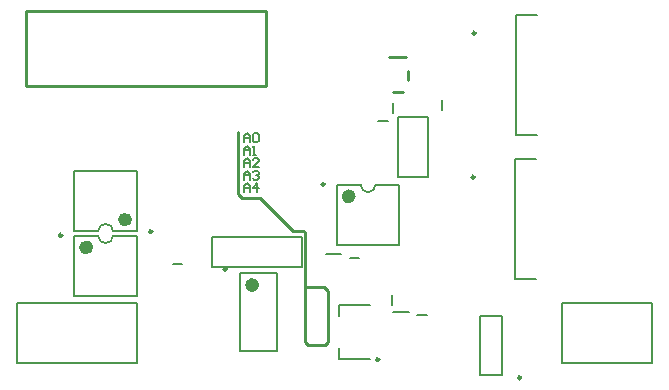
<source format=gto>
G04*
G04 #@! TF.GenerationSoftware,Altium Limited,Altium Designer,24.5.2 (23)*
G04*
G04 Layer_Color=65535*
%FSLAX25Y25*%
%MOIN*%
G70*
G04*
G04 #@! TF.SameCoordinates,62667526-275E-49D5-B9E8-2F90AF9612E4*
G04*
G04*
G04 #@! TF.FilePolarity,Positive*
G04*
G01*
G75*
%ADD10C,0.00984*%
%ADD11C,0.00787*%
%ADD12C,0.02362*%
%ADD13C,0.01000*%
%ADD14C,0.00500*%
D10*
X170390Y2153D02*
G03*
X170390Y2153I-492J0D01*
G01*
X104992Y66618D02*
G03*
X104992Y66618I-492J0D01*
G01*
X154992Y69035D02*
G03*
X154992Y69035I-492J0D01*
G01*
X123169Y8248D02*
G03*
X123169Y8248I-492J0D01*
G01*
X155319Y117035D02*
G03*
X155319Y117035I-492J0D01*
G01*
X47492Y50882D02*
G03*
X47492Y50882I-492J0D01*
G01*
X17492Y49618D02*
G03*
X17492Y49618I-492J0D01*
G01*
X72272Y38370D02*
G03*
X72272Y38370I-492J0D01*
G01*
D11*
X117000Y66539D02*
G03*
X122000Y66539I2500J0D01*
G01*
X34500Y50961D02*
G03*
X29500Y50961I-2500J0D01*
G01*
Y49539D02*
G03*
X34500Y49539I2500J0D01*
G01*
X156905Y22842D02*
X163992D01*
X156905Y3158D02*
X163992D01*
X156905D02*
Y22842D01*
X163992Y3158D02*
Y22842D01*
X127307Y26425D02*
Y29575D01*
X109067Y46461D02*
Y66539D01*
X129933Y46461D02*
Y66539D01*
X109067D02*
X117000D01*
X122000D02*
X129933D01*
X109067Y46461D02*
X129933D01*
X42500Y7000D02*
Y27000D01*
X2500Y7000D02*
Y27000D01*
X42500D01*
X2500Y7000D02*
X42500D01*
X54425Y40193D02*
X57575D01*
X168476Y75079D02*
X175563D01*
X168476Y34921D02*
Y75079D01*
Y34921D02*
X175563D01*
X109882Y8445D02*
X120118D01*
X109882D02*
Y12185D01*
Y26555D02*
X120118D01*
X109882Y22815D02*
Y26555D01*
X168803Y123079D02*
X175890D01*
X168803Y82921D02*
Y123079D01*
Y82921D02*
X175890D01*
X214000Y7000D02*
Y27000D01*
X184000Y7000D02*
Y27000D01*
X214000D01*
X184000Y7000D02*
X214000D01*
X194833D02*
X214000D01*
X21567Y71039D02*
X42433D01*
X21567Y50961D02*
X29500D01*
X34500D02*
X42433D01*
X21567D02*
Y71039D01*
X42433Y50961D02*
Y71039D01*
X21567Y29461D02*
X42433D01*
X34500Y49539D02*
X42433D01*
X21567D02*
X29500D01*
X42433Y29461D02*
Y49539D01*
X21567Y29461D02*
Y49539D01*
X76898Y11008D02*
X89102D01*
X76898Y36992D02*
X89102D01*
Y11008D02*
Y36992D01*
X76898Y11008D02*
Y36992D01*
X144193Y91425D02*
Y94575D01*
X67500Y49000D02*
X97500D01*
X67500Y39000D02*
Y49000D01*
Y39000D02*
X97500D01*
Y49000D01*
X135925Y23193D02*
X139075D01*
X127941Y23980D02*
X133059D01*
X129500Y69000D02*
X139500D01*
X129500D02*
Y89000D01*
X139500D01*
Y69000D02*
Y89000D01*
X127693Y90425D02*
Y93575D01*
X122925Y87846D02*
X126075D01*
X113425Y42193D02*
X116575D01*
X105441Y43480D02*
X110559D01*
D12*
X114185Y62602D02*
G03*
X114185Y62602I-1181J0D01*
G01*
X39677Y54898D02*
G03*
X39677Y54898I-1181J0D01*
G01*
X26685Y45602D02*
G03*
X26685Y45602I-1181J0D01*
G01*
X82016Y33055D02*
G03*
X82016Y33055I-1181J0D01*
G01*
D13*
X76000Y63500D02*
Y84000D01*
X98500Y32250D02*
X104750D01*
X106000Y31000D01*
Y14000D02*
Y31000D01*
X105000Y13000D02*
X106000Y14000D01*
X99500Y13000D02*
X105000D01*
X98500Y14000D02*
X99500Y13000D01*
X98500Y14000D02*
Y50500D01*
X98000Y51000D02*
X98500Y50500D01*
X94500Y51000D02*
X98000D01*
X83500Y62000D02*
X94500Y51000D01*
X77500Y62000D02*
X83500D01*
X76000Y63500D02*
X77500Y62000D01*
X5500Y124500D02*
X85500D01*
Y99500D02*
Y124500D01*
X5500Y99500D02*
X85500D01*
X5500D02*
Y124500D01*
X132831Y101500D02*
Y104499D01*
X127668Y97500D02*
X130994D01*
X126581Y109000D02*
X132081Y108999D01*
D14*
X78000Y80718D02*
Y82717D01*
X79000Y83717D01*
X79999Y82717D01*
Y80718D01*
Y82217D01*
X78000D01*
X80999Y83217D02*
X81499Y83717D01*
X82499D01*
X82998Y83217D01*
Y81217D01*
X82499Y80718D01*
X81499D01*
X80999Y81217D01*
Y83217D01*
X78000Y76538D02*
Y78538D01*
X79000Y79537D01*
X79999Y78538D01*
Y76538D01*
Y78038D01*
X78000D01*
X80999Y76538D02*
X81999D01*
X81499D01*
Y79537D01*
X80999Y79037D01*
X78000Y72359D02*
Y74358D01*
X79000Y75358D01*
X79999Y74358D01*
Y72359D01*
Y73858D01*
X78000D01*
X82998Y72359D02*
X80999D01*
X82998Y74358D01*
Y74858D01*
X82499Y75358D01*
X81499D01*
X80999Y74858D01*
X78000Y68179D02*
Y70179D01*
X79000Y71178D01*
X79999Y70179D01*
Y68179D01*
Y69679D01*
X78000D01*
X80999Y70679D02*
X81499Y71178D01*
X82499D01*
X82998Y70679D01*
Y70179D01*
X82499Y69679D01*
X81999D01*
X82499D01*
X82998Y69179D01*
Y68679D01*
X82499Y68179D01*
X81499D01*
X80999Y68679D01*
X78000Y64000D02*
Y65999D01*
X79000Y66999D01*
X79999Y65999D01*
Y64000D01*
Y65500D01*
X78000D01*
X82499Y64000D02*
Y66999D01*
X80999Y65500D01*
X82998D01*
M02*

</source>
